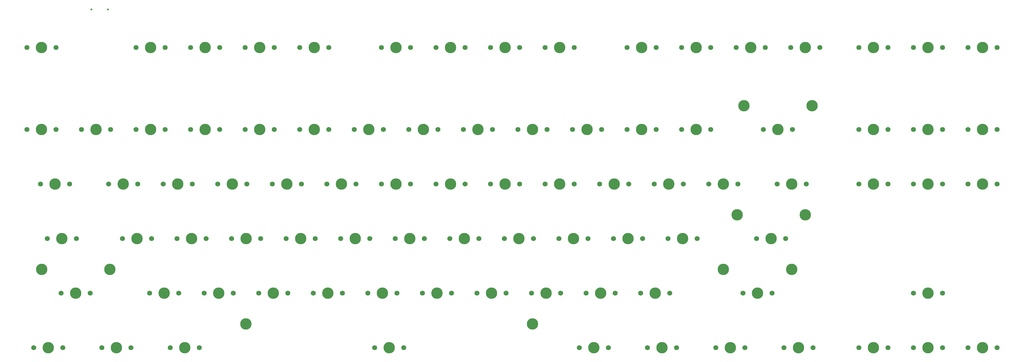
<source format=gbr>
%TF.GenerationSoftware,KiCad,Pcbnew,8.0.8*%
%TF.CreationDate,2025-02-03T11:25:17-05:00*%
%TF.ProjectId,keyboard_pcb,6b657962-6f61-4726-945f-7063622e6b69,rev?*%
%TF.SameCoordinates,Original*%
%TF.FileFunction,NonPlated,1,2,NPTH,Drill*%
%TF.FilePolarity,Positive*%
%FSLAX46Y46*%
G04 Gerber Fmt 4.6, Leading zero omitted, Abs format (unit mm)*
G04 Created by KiCad (PCBNEW 8.0.8) date 2025-02-03 11:25:17*
%MOMM*%
%LPD*%
G01*
G04 APERTURE LIST*
%TA.AperFunction,ComponentDrill*%
%ADD10C,0.650000*%
%TD*%
%TA.AperFunction,ComponentDrill*%
%ADD11C,1.750000*%
%TD*%
%TA.AperFunction,ComponentDrill*%
%ADD12C,3.987800*%
%TD*%
G04 APERTURE END LIST*
D10*
%TO.C,J1*%
X55513764Y-24790764D03*
X61293764Y-24790764D03*
D11*
%TO.C,MX1*%
X33020000Y-38100000D03*
%TO.C,MX17*%
X33020000Y-66675000D03*
%TO.C,MX77*%
X35401250Y-142875000D03*
%TO.C,MX34*%
X37782500Y-85725000D03*
%TO.C,MX51*%
X40163750Y-104775000D03*
%TO.C,MX1*%
X43180000Y-38100000D03*
%TO.C,MX17*%
X43180000Y-66675000D03*
%TO.C,MX64*%
X44926250Y-123825000D03*
%TO.C,MX77*%
X45561250Y-142875000D03*
%TO.C,MX34*%
X47942500Y-85725000D03*
%TO.C,MX51*%
X50323750Y-104775000D03*
%TO.C,MX18*%
X52070000Y-66675000D03*
%TO.C,MX64*%
X55086250Y-123825000D03*
%TO.C,MX78*%
X59213750Y-142875000D03*
%TO.C,MX35*%
X61595000Y-85725000D03*
%TO.C,MX18*%
X62230000Y-66675000D03*
%TO.C,MX52*%
X66357500Y-104775000D03*
%TO.C,MX78*%
X69373750Y-142875000D03*
%TO.C,MX2*%
X71120000Y-38100000D03*
%TO.C,MX19*%
X71120000Y-66675000D03*
%TO.C,MX35*%
X71755000Y-85725000D03*
%TO.C,MX65*%
X75882500Y-123825000D03*
%TO.C,MX52*%
X76517500Y-104775000D03*
%TO.C,MX36*%
X80645000Y-85725000D03*
%TO.C,MX2*%
X81280000Y-38100000D03*
%TO.C,MX19*%
X81280000Y-66675000D03*
%TO.C,MX79*%
X83026250Y-142875000D03*
%TO.C,MX53*%
X85407500Y-104775000D03*
%TO.C,MX65*%
X86042500Y-123825000D03*
%TO.C,MX3*%
X90170000Y-38100000D03*
%TO.C,MX20*%
X90170000Y-66675000D03*
%TO.C,MX36*%
X90805000Y-85725000D03*
%TO.C,MX79*%
X93186250Y-142875000D03*
%TO.C,MX66*%
X94932500Y-123825000D03*
%TO.C,MX53*%
X95567500Y-104775000D03*
%TO.C,MX37*%
X99695000Y-85725000D03*
%TO.C,MX3*%
X100330000Y-38100000D03*
%TO.C,MX20*%
X100330000Y-66675000D03*
%TO.C,MX54*%
X104457500Y-104775000D03*
%TO.C,MX66*%
X105092500Y-123825000D03*
%TO.C,MX4*%
X109220000Y-38100000D03*
%TO.C,MX21*%
X109220000Y-66675000D03*
%TO.C,MX37*%
X109855000Y-85725000D03*
%TO.C,MX67*%
X113982500Y-123825000D03*
%TO.C,MX54*%
X114617500Y-104775000D03*
%TO.C,MX38*%
X118745000Y-85725000D03*
%TO.C,MX4*%
X119380000Y-38100000D03*
%TO.C,MX21*%
X119380000Y-66675000D03*
%TO.C,MX55*%
X123507500Y-104775000D03*
%TO.C,MX67*%
X124142500Y-123825000D03*
%TO.C,MX5*%
X128270000Y-38100000D03*
%TO.C,MX22*%
X128270000Y-66675000D03*
%TO.C,MX38*%
X128905000Y-85725000D03*
%TO.C,MX68*%
X133032500Y-123825000D03*
%TO.C,MX55*%
X133667500Y-104775000D03*
%TO.C,MX39*%
X137795000Y-85725000D03*
%TO.C,MX5*%
X138430000Y-38100000D03*
%TO.C,MX22*%
X138430000Y-66675000D03*
%TO.C,MX56*%
X142557500Y-104775000D03*
%TO.C,MX68*%
X143192500Y-123825000D03*
%TO.C,MX23*%
X147320000Y-66675000D03*
%TO.C,MX39*%
X147955000Y-85725000D03*
%TO.C,MX69*%
X152082500Y-123825000D03*
%TO.C,MX56*%
X152717500Y-104775000D03*
%TO.C,MX80*%
X154463750Y-142875000D03*
%TO.C,MX6*%
X156845000Y-38100000D03*
%TO.C,MX40*%
X156845000Y-85725000D03*
%TO.C,MX23*%
X157480000Y-66675000D03*
%TO.C,MX57*%
X161607500Y-104775000D03*
%TO.C,MX69*%
X162242500Y-123825000D03*
%TO.C,MX80*%
X164623750Y-142875000D03*
%TO.C,MX24*%
X166370000Y-66675000D03*
%TO.C,MX6*%
X167005000Y-38100000D03*
%TO.C,MX40*%
X167005000Y-85725000D03*
%TO.C,MX70*%
X171132500Y-123825000D03*
%TO.C,MX57*%
X171767500Y-104775000D03*
%TO.C,MX7*%
X175895000Y-38100000D03*
%TO.C,MX41*%
X175895000Y-85725000D03*
%TO.C,MX24*%
X176530000Y-66675000D03*
%TO.C,MX58*%
X180657500Y-104775000D03*
%TO.C,MX70*%
X181292500Y-123825000D03*
%TO.C,MX25*%
X185420000Y-66675000D03*
%TO.C,MX7*%
X186055000Y-38100000D03*
%TO.C,MX41*%
X186055000Y-85725000D03*
%TO.C,MX71*%
X190182500Y-123825000D03*
%TO.C,MX58*%
X190817500Y-104775000D03*
%TO.C,MX8*%
X194945000Y-38100000D03*
%TO.C,MX42*%
X194945000Y-85725000D03*
%TO.C,MX25*%
X195580000Y-66675000D03*
%TO.C,MX59*%
X199707500Y-104775000D03*
%TO.C,MX71*%
X200342500Y-123825000D03*
%TO.C,MX26*%
X204470000Y-66675000D03*
%TO.C,MX8*%
X205105000Y-38100000D03*
%TO.C,MX42*%
X205105000Y-85725000D03*
%TO.C,MX72*%
X209232500Y-123825000D03*
%TO.C,MX59*%
X209867500Y-104775000D03*
%TO.C,MX9*%
X213995000Y-38100000D03*
%TO.C,MX43*%
X213995000Y-85725000D03*
%TO.C,MX26*%
X214630000Y-66675000D03*
%TO.C,MX60*%
X218757500Y-104775000D03*
%TO.C,MX72*%
X219392500Y-123825000D03*
%TO.C,MX27*%
X223520000Y-66675000D03*
%TO.C,MX9*%
X224155000Y-38100000D03*
%TO.C,MX43*%
X224155000Y-85725000D03*
%TO.C,MX81*%
X225901250Y-142875000D03*
%TO.C,MX73*%
X228282500Y-123825000D03*
%TO.C,MX60*%
X228917500Y-104775000D03*
%TO.C,MX44*%
X233045000Y-85725000D03*
%TO.C,MX27*%
X233680000Y-66675000D03*
%TO.C,MX81*%
X236061250Y-142875000D03*
%TO.C,MX61*%
X237807500Y-104775000D03*
%TO.C,MX73*%
X238442500Y-123825000D03*
%TO.C,MX10*%
X242570000Y-38100000D03*
%TO.C,MX28*%
X242570000Y-66675000D03*
%TO.C,MX44*%
X243205000Y-85725000D03*
%TO.C,MX74*%
X247332500Y-123825000D03*
%TO.C,MX61*%
X247967500Y-104775000D03*
%TO.C,MX82*%
X249713750Y-142875000D03*
%TO.C,MX45*%
X252095000Y-85725000D03*
%TO.C,MX10*%
X252730000Y-38100000D03*
%TO.C,MX28*%
X252730000Y-66675000D03*
%TO.C,MX62*%
X256857500Y-104775000D03*
%TO.C,MX74*%
X257492500Y-123825000D03*
%TO.C,MX82*%
X259873750Y-142875000D03*
%TO.C,MX11*%
X261620000Y-38100000D03*
%TO.C,MX29*%
X261620000Y-66675000D03*
%TO.C,MX45*%
X262255000Y-85725000D03*
%TO.C,MX62*%
X267017500Y-104775000D03*
%TO.C,MX46*%
X271145000Y-85725000D03*
%TO.C,MX11*%
X271780000Y-38100000D03*
%TO.C,MX29*%
X271780000Y-66675000D03*
%TO.C,MX83*%
X273526250Y-142875000D03*
%TO.C,MX12*%
X280670000Y-38100000D03*
%TO.C,MX46*%
X281305000Y-85725000D03*
%TO.C,MX75*%
X283051250Y-123825000D03*
%TO.C,MX83*%
X283686250Y-142875000D03*
%TO.C,MX63*%
X287813750Y-104775000D03*
%TO.C,MX30*%
X290195000Y-66675000D03*
%TO.C,MX12*%
X290830000Y-38100000D03*
%TO.C,MX75*%
X293211250Y-123825000D03*
%TO.C,MX47*%
X294957500Y-85725000D03*
%TO.C,MX84*%
X297338750Y-142875000D03*
%TO.C,MX63*%
X297973750Y-104775000D03*
%TO.C,MX13*%
X299720000Y-38100000D03*
%TO.C,MX30*%
X300355000Y-66675000D03*
%TO.C,MX47*%
X305117500Y-85725000D03*
%TO.C,MX84*%
X307498750Y-142875000D03*
%TO.C,MX13*%
X309880000Y-38100000D03*
%TO.C,MX14*%
X323532500Y-38100000D03*
%TO.C,MX31*%
X323532500Y-66675000D03*
%TO.C,MX48*%
X323532500Y-85725000D03*
%TO.C,MX85*%
X323532500Y-142875000D03*
%TO.C,MX14*%
X333692500Y-38100000D03*
%TO.C,MX31*%
X333692500Y-66675000D03*
%TO.C,MX48*%
X333692500Y-85725000D03*
%TO.C,MX85*%
X333692500Y-142875000D03*
%TO.C,MX15*%
X342582500Y-38100000D03*
%TO.C,MX32*%
X342582500Y-66675000D03*
%TO.C,MX49*%
X342582500Y-85725000D03*
%TO.C,MX76*%
X342582500Y-123825000D03*
%TO.C,MX86*%
X342582500Y-142875000D03*
%TO.C,MX15*%
X352742500Y-38100000D03*
%TO.C,MX32*%
X352742500Y-66675000D03*
%TO.C,MX49*%
X352742500Y-85725000D03*
%TO.C,MX76*%
X352742500Y-123825000D03*
%TO.C,MX86*%
X352742500Y-142875000D03*
%TO.C,MX16*%
X361632500Y-38100000D03*
%TO.C,MX33*%
X361632500Y-66675000D03*
%TO.C,MX50*%
X361632500Y-85725000D03*
%TO.C,MX87*%
X361632500Y-142875000D03*
%TO.C,MX16*%
X371792500Y-38100000D03*
%TO.C,MX33*%
X371792500Y-66675000D03*
%TO.C,MX50*%
X371792500Y-85725000D03*
%TO.C,MX87*%
X371792500Y-142875000D03*
D12*
%TO.C,MX1*%
X38100000Y-38100000D03*
%TO.C,MX17*%
X38100000Y-66675000D03*
%TO.C,S2*%
X38163500Y-115570000D03*
%TO.C,MX77*%
X40481250Y-142875000D03*
%TO.C,MX34*%
X42862500Y-85725000D03*
%TO.C,MX51*%
X45243750Y-104775000D03*
%TO.C,MX64*%
X50006250Y-123825000D03*
%TO.C,MX18*%
X57150000Y-66675000D03*
%TO.C,S2*%
X61976000Y-115570000D03*
%TO.C,MX78*%
X64293750Y-142875000D03*
%TO.C,MX35*%
X66675000Y-85725000D03*
%TO.C,MX52*%
X71437500Y-104775000D03*
%TO.C,MX2*%
X76200000Y-38100000D03*
%TO.C,MX19*%
X76200000Y-66675000D03*
%TO.C,MX65*%
X80962500Y-123825000D03*
%TO.C,MX36*%
X85725000Y-85725000D03*
%TO.C,MX79*%
X88106250Y-142875000D03*
%TO.C,MX53*%
X90487500Y-104775000D03*
%TO.C,MX3*%
X95250000Y-38100000D03*
%TO.C,MX20*%
X95250000Y-66675000D03*
%TO.C,MX66*%
X100012500Y-123825000D03*
%TO.C,MX37*%
X104775000Y-85725000D03*
%TO.C,S5*%
X109505750Y-134623050D03*
%TO.C,MX54*%
X109537500Y-104775000D03*
%TO.C,MX4*%
X114300000Y-38100000D03*
%TO.C,MX21*%
X114300000Y-66675000D03*
%TO.C,MX67*%
X119062500Y-123825000D03*
%TO.C,MX38*%
X123825000Y-85725000D03*
%TO.C,MX55*%
X128587500Y-104775000D03*
%TO.C,MX5*%
X133350000Y-38100000D03*
%TO.C,MX22*%
X133350000Y-66675000D03*
%TO.C,MX68*%
X138112500Y-123825000D03*
%TO.C,MX39*%
X142875000Y-85725000D03*
%TO.C,MX56*%
X147637500Y-104775000D03*
%TO.C,MX23*%
X152400000Y-66675000D03*
%TO.C,MX69*%
X157162500Y-123825000D03*
%TO.C,MX80*%
X159543750Y-142875000D03*
%TO.C,MX6*%
X161925000Y-38100000D03*
%TO.C,MX40*%
X161925000Y-85725000D03*
%TO.C,MX57*%
X166687500Y-104775000D03*
%TO.C,MX24*%
X171450000Y-66675000D03*
%TO.C,MX70*%
X176212500Y-123825000D03*
%TO.C,MX7*%
X180975000Y-38100000D03*
%TO.C,MX41*%
X180975000Y-85725000D03*
%TO.C,MX58*%
X185737500Y-104775000D03*
%TO.C,MX25*%
X190500000Y-66675000D03*
%TO.C,MX71*%
X195262500Y-123825000D03*
%TO.C,MX8*%
X200025000Y-38100000D03*
%TO.C,MX42*%
X200025000Y-85725000D03*
%TO.C,MX59*%
X204787500Y-104775000D03*
%TO.C,S5*%
X209518250Y-134623050D03*
%TO.C,MX26*%
X209550000Y-66675000D03*
%TO.C,MX72*%
X214312500Y-123825000D03*
%TO.C,MX9*%
X219075000Y-38100000D03*
%TO.C,MX43*%
X219075000Y-85725000D03*
%TO.C,MX60*%
X223837500Y-104775000D03*
%TO.C,MX27*%
X228600000Y-66675000D03*
%TO.C,MX81*%
X230981250Y-142875000D03*
%TO.C,MX73*%
X233362500Y-123825000D03*
%TO.C,MX44*%
X238125000Y-85725000D03*
%TO.C,MX61*%
X242887500Y-104775000D03*
%TO.C,MX10*%
X247650000Y-38100000D03*
%TO.C,MX28*%
X247650000Y-66675000D03*
%TO.C,MX74*%
X252412500Y-123825000D03*
%TO.C,MX82*%
X254793750Y-142875000D03*
%TO.C,MX45*%
X257175000Y-85725000D03*
%TO.C,MX62*%
X261937500Y-104775000D03*
%TO.C,MX11*%
X266700000Y-38100000D03*
%TO.C,MX29*%
X266700000Y-66675000D03*
%TO.C,MX46*%
X276225000Y-85725000D03*
%TO.C,S3*%
X276225000Y-115570000D03*
%TO.C,MX83*%
X278606250Y-142875000D03*
%TO.C,S4*%
X280987500Y-96520000D03*
%TO.C,S1*%
X283368750Y-58420000D03*
%TO.C,MX12*%
X285750000Y-38100000D03*
%TO.C,MX75*%
X288131250Y-123825000D03*
%TO.C,MX63*%
X292893750Y-104775000D03*
%TO.C,MX30*%
X295275000Y-66675000D03*
%TO.C,MX47*%
X300037500Y-85725000D03*
%TO.C,S3*%
X300037500Y-115570000D03*
%TO.C,MX84*%
X302418750Y-142875000D03*
%TO.C,MX13*%
X304800000Y-38100000D03*
%TO.C,S4*%
X304800000Y-96520000D03*
%TO.C,S1*%
X307181250Y-58420000D03*
%TO.C,MX14*%
X328612500Y-38100000D03*
%TO.C,MX31*%
X328612500Y-66675000D03*
%TO.C,MX48*%
X328612500Y-85725000D03*
%TO.C,MX85*%
X328612500Y-142875000D03*
%TO.C,MX15*%
X347662500Y-38100000D03*
%TO.C,MX32*%
X347662500Y-66675000D03*
%TO.C,MX49*%
X347662500Y-85725000D03*
%TO.C,MX76*%
X347662500Y-123825000D03*
%TO.C,MX86*%
X347662500Y-142875000D03*
%TO.C,MX16*%
X366712500Y-38100000D03*
%TO.C,MX33*%
X366712500Y-66675000D03*
%TO.C,MX50*%
X366712500Y-85725000D03*
%TO.C,MX87*%
X366712500Y-142875000D03*
M02*

</source>
